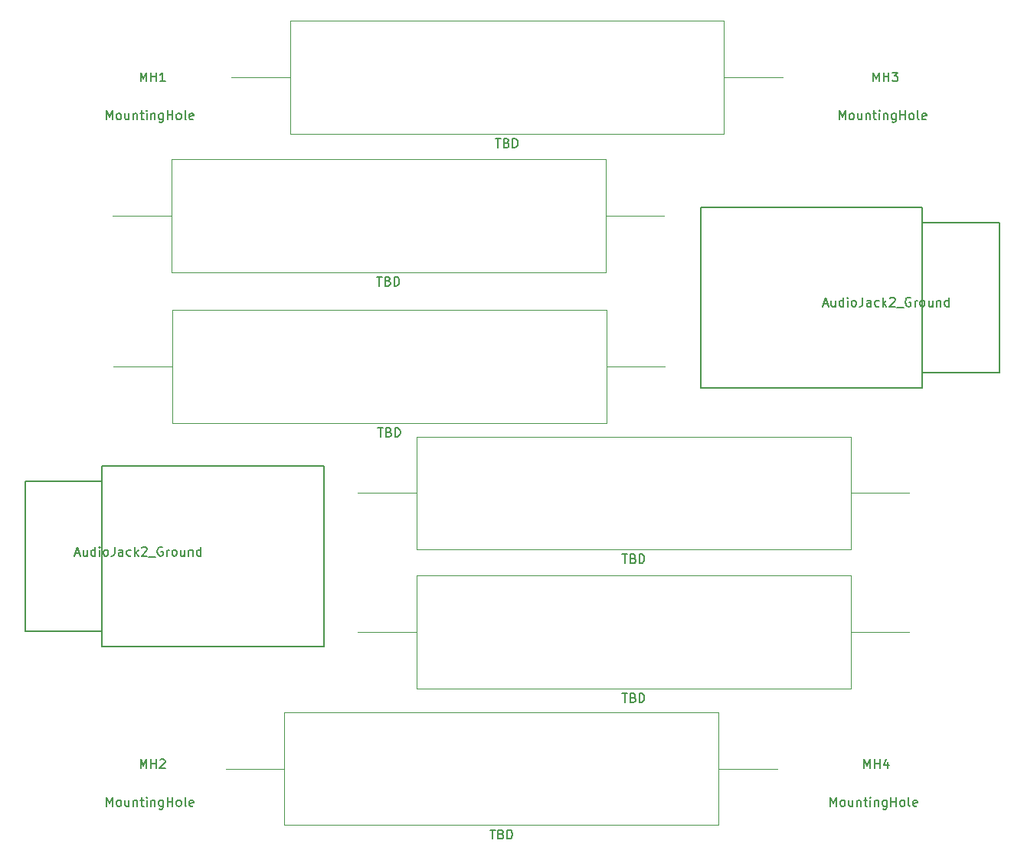
<source format=gbr>
G04 #@! TF.GenerationSoftware,KiCad,Pcbnew,5.0.0*
G04 #@! TF.CreationDate,2018-09-30T11:55:23-04:00*
G04 #@! TF.ProjectId,audio-attenuator,617564696F2D617474656E7561746F72,rev?*
G04 #@! TF.SameCoordinates,Original*
G04 #@! TF.FileFunction,Other,Fab,Top*
%FSLAX46Y46*%
G04 Gerber Fmt 4.6, Leading zero omitted, Abs format (unit mm)*
G04 Created by KiCad (PCBNEW 5.0.0) date Sun Sep 30 11:55:23 2018*
%MOMM*%
%LPD*%
G01*
G04 APERTURE LIST*
%ADD10C,0.100000*%
%ADD11C,0.150000*%
G04 APERTURE END LIST*
D10*
G04 #@! TO.C,R6*
X79480000Y-80150000D02*
X79480000Y-92650000D01*
X79480000Y-92650000D02*
X127480000Y-92650000D01*
X127480000Y-92650000D02*
X127480000Y-80150000D01*
X127480000Y-80150000D02*
X79480000Y-80150000D01*
X73000000Y-86400000D02*
X79480000Y-86400000D01*
X133960000Y-86400000D02*
X127480000Y-86400000D01*
G04 #@! TO.C,R5*
X133960000Y-71000000D02*
X127480000Y-71000000D01*
X73000000Y-71000000D02*
X79480000Y-71000000D01*
X127480000Y-64750000D02*
X79480000Y-64750000D01*
X127480000Y-77250000D02*
X127480000Y-64750000D01*
X79480000Y-77250000D02*
X127480000Y-77250000D01*
X79480000Y-64750000D02*
X79480000Y-77250000D01*
G04 #@! TO.C,R4*
X65480000Y-18750000D02*
X65480000Y-31250000D01*
X65480000Y-31250000D02*
X113480000Y-31250000D01*
X113480000Y-31250000D02*
X113480000Y-18750000D01*
X113480000Y-18750000D02*
X65480000Y-18750000D01*
X59000000Y-25000000D02*
X65480000Y-25000000D01*
X119960000Y-25000000D02*
X113480000Y-25000000D01*
G04 #@! TO.C,R3*
X119360000Y-101500000D02*
X112880000Y-101500000D01*
X58400000Y-101500000D02*
X64880000Y-101500000D01*
X112880000Y-95250000D02*
X64880000Y-95250000D01*
X112880000Y-107750000D02*
X112880000Y-95250000D01*
X64880000Y-107750000D02*
X112880000Y-107750000D01*
X64880000Y-95250000D02*
X64880000Y-107750000D01*
G04 #@! TO.C,R2*
X52480000Y-50750000D02*
X52480000Y-63250000D01*
X52480000Y-63250000D02*
X100480000Y-63250000D01*
X100480000Y-63250000D02*
X100480000Y-50750000D01*
X100480000Y-50750000D02*
X52480000Y-50750000D01*
X46000000Y-57000000D02*
X52480000Y-57000000D01*
X106960000Y-57000000D02*
X100480000Y-57000000D01*
G04 #@! TO.C,R1*
X106860000Y-40300000D02*
X100380000Y-40300000D01*
X45900000Y-40300000D02*
X52380000Y-40300000D01*
X100380000Y-34050000D02*
X52380000Y-34050000D01*
X100380000Y-46550000D02*
X100380000Y-34050000D01*
X52380000Y-46550000D02*
X100380000Y-46550000D01*
X52380000Y-34050000D02*
X52380000Y-46550000D01*
D11*
G04 #@! TO.C,J2*
X135400000Y-59400000D02*
X135400000Y-39400000D01*
X135400000Y-57700000D02*
X143900000Y-57700000D01*
X143900000Y-57700000D02*
X143900000Y-41100000D01*
X143900000Y-41100000D02*
X135400000Y-41100000D01*
X135400000Y-39400000D02*
X110900000Y-39400000D01*
X110900000Y-39400000D02*
X110900000Y-59400000D01*
X110900000Y-59400000D02*
X135400000Y-59400000D01*
G04 #@! TO.C,J1*
X69200000Y-68000000D02*
X44700000Y-68000000D01*
X69200000Y-88000000D02*
X69200000Y-68000000D01*
X44700000Y-88000000D02*
X69200000Y-88000000D01*
X36200000Y-86300000D02*
X44700000Y-86300000D01*
X36200000Y-69700000D02*
X36200000Y-86300000D01*
X44700000Y-69700000D02*
X36200000Y-69700000D01*
X44700000Y-68000000D02*
X44700000Y-88000000D01*
G04 #@! TD*
G04 #@! TO.C,MH4*
X125214285Y-105652380D02*
X125214285Y-104652380D01*
X125547619Y-105366666D01*
X125880952Y-104652380D01*
X125880952Y-105652380D01*
X126500000Y-105652380D02*
X126404761Y-105604761D01*
X126357142Y-105557142D01*
X126309523Y-105461904D01*
X126309523Y-105176190D01*
X126357142Y-105080952D01*
X126404761Y-105033333D01*
X126500000Y-104985714D01*
X126642857Y-104985714D01*
X126738095Y-105033333D01*
X126785714Y-105080952D01*
X126833333Y-105176190D01*
X126833333Y-105461904D01*
X126785714Y-105557142D01*
X126738095Y-105604761D01*
X126642857Y-105652380D01*
X126500000Y-105652380D01*
X127690476Y-104985714D02*
X127690476Y-105652380D01*
X127261904Y-104985714D02*
X127261904Y-105509523D01*
X127309523Y-105604761D01*
X127404761Y-105652380D01*
X127547619Y-105652380D01*
X127642857Y-105604761D01*
X127690476Y-105557142D01*
X128166666Y-104985714D02*
X128166666Y-105652380D01*
X128166666Y-105080952D02*
X128214285Y-105033333D01*
X128309523Y-104985714D01*
X128452380Y-104985714D01*
X128547619Y-105033333D01*
X128595238Y-105128571D01*
X128595238Y-105652380D01*
X128928571Y-104985714D02*
X129309523Y-104985714D01*
X129071428Y-104652380D02*
X129071428Y-105509523D01*
X129119047Y-105604761D01*
X129214285Y-105652380D01*
X129309523Y-105652380D01*
X129642857Y-105652380D02*
X129642857Y-104985714D01*
X129642857Y-104652380D02*
X129595238Y-104700000D01*
X129642857Y-104747619D01*
X129690476Y-104700000D01*
X129642857Y-104652380D01*
X129642857Y-104747619D01*
X130119047Y-104985714D02*
X130119047Y-105652380D01*
X130119047Y-105080952D02*
X130166666Y-105033333D01*
X130261904Y-104985714D01*
X130404761Y-104985714D01*
X130500000Y-105033333D01*
X130547619Y-105128571D01*
X130547619Y-105652380D01*
X131452380Y-104985714D02*
X131452380Y-105795238D01*
X131404761Y-105890476D01*
X131357142Y-105938095D01*
X131261904Y-105985714D01*
X131119047Y-105985714D01*
X131023809Y-105938095D01*
X131452380Y-105604761D02*
X131357142Y-105652380D01*
X131166666Y-105652380D01*
X131071428Y-105604761D01*
X131023809Y-105557142D01*
X130976190Y-105461904D01*
X130976190Y-105176190D01*
X131023809Y-105080952D01*
X131071428Y-105033333D01*
X131166666Y-104985714D01*
X131357142Y-104985714D01*
X131452380Y-105033333D01*
X131928571Y-105652380D02*
X131928571Y-104652380D01*
X131928571Y-105128571D02*
X132500000Y-105128571D01*
X132500000Y-105652380D02*
X132500000Y-104652380D01*
X133119047Y-105652380D02*
X133023809Y-105604761D01*
X132976190Y-105557142D01*
X132928571Y-105461904D01*
X132928571Y-105176190D01*
X132976190Y-105080952D01*
X133023809Y-105033333D01*
X133119047Y-104985714D01*
X133261904Y-104985714D01*
X133357142Y-105033333D01*
X133404761Y-105080952D01*
X133452380Y-105176190D01*
X133452380Y-105461904D01*
X133404761Y-105557142D01*
X133357142Y-105604761D01*
X133261904Y-105652380D01*
X133119047Y-105652380D01*
X134023809Y-105652380D02*
X133928571Y-105604761D01*
X133880952Y-105509523D01*
X133880952Y-104652380D01*
X134785714Y-105604761D02*
X134690476Y-105652380D01*
X134500000Y-105652380D01*
X134404761Y-105604761D01*
X134357142Y-105509523D01*
X134357142Y-105128571D01*
X134404761Y-105033333D01*
X134500000Y-104985714D01*
X134690476Y-104985714D01*
X134785714Y-105033333D01*
X134833333Y-105128571D01*
X134833333Y-105223809D01*
X134357142Y-105319047D01*
X128966666Y-101452380D02*
X128966666Y-100452380D01*
X129300000Y-101166666D01*
X129633333Y-100452380D01*
X129633333Y-101452380D01*
X130109523Y-101452380D02*
X130109523Y-100452380D01*
X130109523Y-100928571D02*
X130680952Y-100928571D01*
X130680952Y-101452380D02*
X130680952Y-100452380D01*
X131585714Y-100785714D02*
X131585714Y-101452380D01*
X131347619Y-100404761D02*
X131109523Y-101119047D01*
X131728571Y-101119047D01*
G04 #@! TO.C,MH3*
X126214285Y-29652380D02*
X126214285Y-28652380D01*
X126547619Y-29366666D01*
X126880952Y-28652380D01*
X126880952Y-29652380D01*
X127500000Y-29652380D02*
X127404761Y-29604761D01*
X127357142Y-29557142D01*
X127309523Y-29461904D01*
X127309523Y-29176190D01*
X127357142Y-29080952D01*
X127404761Y-29033333D01*
X127500000Y-28985714D01*
X127642857Y-28985714D01*
X127738095Y-29033333D01*
X127785714Y-29080952D01*
X127833333Y-29176190D01*
X127833333Y-29461904D01*
X127785714Y-29557142D01*
X127738095Y-29604761D01*
X127642857Y-29652380D01*
X127500000Y-29652380D01*
X128690476Y-28985714D02*
X128690476Y-29652380D01*
X128261904Y-28985714D02*
X128261904Y-29509523D01*
X128309523Y-29604761D01*
X128404761Y-29652380D01*
X128547619Y-29652380D01*
X128642857Y-29604761D01*
X128690476Y-29557142D01*
X129166666Y-28985714D02*
X129166666Y-29652380D01*
X129166666Y-29080952D02*
X129214285Y-29033333D01*
X129309523Y-28985714D01*
X129452380Y-28985714D01*
X129547619Y-29033333D01*
X129595238Y-29128571D01*
X129595238Y-29652380D01*
X129928571Y-28985714D02*
X130309523Y-28985714D01*
X130071428Y-28652380D02*
X130071428Y-29509523D01*
X130119047Y-29604761D01*
X130214285Y-29652380D01*
X130309523Y-29652380D01*
X130642857Y-29652380D02*
X130642857Y-28985714D01*
X130642857Y-28652380D02*
X130595238Y-28700000D01*
X130642857Y-28747619D01*
X130690476Y-28700000D01*
X130642857Y-28652380D01*
X130642857Y-28747619D01*
X131119047Y-28985714D02*
X131119047Y-29652380D01*
X131119047Y-29080952D02*
X131166666Y-29033333D01*
X131261904Y-28985714D01*
X131404761Y-28985714D01*
X131500000Y-29033333D01*
X131547619Y-29128571D01*
X131547619Y-29652380D01*
X132452380Y-28985714D02*
X132452380Y-29795238D01*
X132404761Y-29890476D01*
X132357142Y-29938095D01*
X132261904Y-29985714D01*
X132119047Y-29985714D01*
X132023809Y-29938095D01*
X132452380Y-29604761D02*
X132357142Y-29652380D01*
X132166666Y-29652380D01*
X132071428Y-29604761D01*
X132023809Y-29557142D01*
X131976190Y-29461904D01*
X131976190Y-29176190D01*
X132023809Y-29080952D01*
X132071428Y-29033333D01*
X132166666Y-28985714D01*
X132357142Y-28985714D01*
X132452380Y-29033333D01*
X132928571Y-29652380D02*
X132928571Y-28652380D01*
X132928571Y-29128571D02*
X133500000Y-29128571D01*
X133500000Y-29652380D02*
X133500000Y-28652380D01*
X134119047Y-29652380D02*
X134023809Y-29604761D01*
X133976190Y-29557142D01*
X133928571Y-29461904D01*
X133928571Y-29176190D01*
X133976190Y-29080952D01*
X134023809Y-29033333D01*
X134119047Y-28985714D01*
X134261904Y-28985714D01*
X134357142Y-29033333D01*
X134404761Y-29080952D01*
X134452380Y-29176190D01*
X134452380Y-29461904D01*
X134404761Y-29557142D01*
X134357142Y-29604761D01*
X134261904Y-29652380D01*
X134119047Y-29652380D01*
X135023809Y-29652380D02*
X134928571Y-29604761D01*
X134880952Y-29509523D01*
X134880952Y-28652380D01*
X135785714Y-29604761D02*
X135690476Y-29652380D01*
X135500000Y-29652380D01*
X135404761Y-29604761D01*
X135357142Y-29509523D01*
X135357142Y-29128571D01*
X135404761Y-29033333D01*
X135500000Y-28985714D01*
X135690476Y-28985714D01*
X135785714Y-29033333D01*
X135833333Y-29128571D01*
X135833333Y-29223809D01*
X135357142Y-29319047D01*
X129966666Y-25452380D02*
X129966666Y-24452380D01*
X130300000Y-25166666D01*
X130633333Y-24452380D01*
X130633333Y-25452380D01*
X131109523Y-25452380D02*
X131109523Y-24452380D01*
X131109523Y-24928571D02*
X131680952Y-24928571D01*
X131680952Y-25452380D02*
X131680952Y-24452380D01*
X132061904Y-24452380D02*
X132680952Y-24452380D01*
X132347619Y-24833333D01*
X132490476Y-24833333D01*
X132585714Y-24880952D01*
X132633333Y-24928571D01*
X132680952Y-25023809D01*
X132680952Y-25261904D01*
X132633333Y-25357142D01*
X132585714Y-25404761D01*
X132490476Y-25452380D01*
X132204761Y-25452380D01*
X132109523Y-25404761D01*
X132061904Y-25357142D01*
G04 #@! TO.C,MH2*
X45214285Y-105652380D02*
X45214285Y-104652380D01*
X45547619Y-105366666D01*
X45880952Y-104652380D01*
X45880952Y-105652380D01*
X46500000Y-105652380D02*
X46404761Y-105604761D01*
X46357142Y-105557142D01*
X46309523Y-105461904D01*
X46309523Y-105176190D01*
X46357142Y-105080952D01*
X46404761Y-105033333D01*
X46500000Y-104985714D01*
X46642857Y-104985714D01*
X46738095Y-105033333D01*
X46785714Y-105080952D01*
X46833333Y-105176190D01*
X46833333Y-105461904D01*
X46785714Y-105557142D01*
X46738095Y-105604761D01*
X46642857Y-105652380D01*
X46500000Y-105652380D01*
X47690476Y-104985714D02*
X47690476Y-105652380D01*
X47261904Y-104985714D02*
X47261904Y-105509523D01*
X47309523Y-105604761D01*
X47404761Y-105652380D01*
X47547619Y-105652380D01*
X47642857Y-105604761D01*
X47690476Y-105557142D01*
X48166666Y-104985714D02*
X48166666Y-105652380D01*
X48166666Y-105080952D02*
X48214285Y-105033333D01*
X48309523Y-104985714D01*
X48452380Y-104985714D01*
X48547619Y-105033333D01*
X48595238Y-105128571D01*
X48595238Y-105652380D01*
X48928571Y-104985714D02*
X49309523Y-104985714D01*
X49071428Y-104652380D02*
X49071428Y-105509523D01*
X49119047Y-105604761D01*
X49214285Y-105652380D01*
X49309523Y-105652380D01*
X49642857Y-105652380D02*
X49642857Y-104985714D01*
X49642857Y-104652380D02*
X49595238Y-104700000D01*
X49642857Y-104747619D01*
X49690476Y-104700000D01*
X49642857Y-104652380D01*
X49642857Y-104747619D01*
X50119047Y-104985714D02*
X50119047Y-105652380D01*
X50119047Y-105080952D02*
X50166666Y-105033333D01*
X50261904Y-104985714D01*
X50404761Y-104985714D01*
X50500000Y-105033333D01*
X50547619Y-105128571D01*
X50547619Y-105652380D01*
X51452380Y-104985714D02*
X51452380Y-105795238D01*
X51404761Y-105890476D01*
X51357142Y-105938095D01*
X51261904Y-105985714D01*
X51119047Y-105985714D01*
X51023809Y-105938095D01*
X51452380Y-105604761D02*
X51357142Y-105652380D01*
X51166666Y-105652380D01*
X51071428Y-105604761D01*
X51023809Y-105557142D01*
X50976190Y-105461904D01*
X50976190Y-105176190D01*
X51023809Y-105080952D01*
X51071428Y-105033333D01*
X51166666Y-104985714D01*
X51357142Y-104985714D01*
X51452380Y-105033333D01*
X51928571Y-105652380D02*
X51928571Y-104652380D01*
X51928571Y-105128571D02*
X52500000Y-105128571D01*
X52500000Y-105652380D02*
X52500000Y-104652380D01*
X53119047Y-105652380D02*
X53023809Y-105604761D01*
X52976190Y-105557142D01*
X52928571Y-105461904D01*
X52928571Y-105176190D01*
X52976190Y-105080952D01*
X53023809Y-105033333D01*
X53119047Y-104985714D01*
X53261904Y-104985714D01*
X53357142Y-105033333D01*
X53404761Y-105080952D01*
X53452380Y-105176190D01*
X53452380Y-105461904D01*
X53404761Y-105557142D01*
X53357142Y-105604761D01*
X53261904Y-105652380D01*
X53119047Y-105652380D01*
X54023809Y-105652380D02*
X53928571Y-105604761D01*
X53880952Y-105509523D01*
X53880952Y-104652380D01*
X54785714Y-105604761D02*
X54690476Y-105652380D01*
X54500000Y-105652380D01*
X54404761Y-105604761D01*
X54357142Y-105509523D01*
X54357142Y-105128571D01*
X54404761Y-105033333D01*
X54500000Y-104985714D01*
X54690476Y-104985714D01*
X54785714Y-105033333D01*
X54833333Y-105128571D01*
X54833333Y-105223809D01*
X54357142Y-105319047D01*
X48966666Y-101452380D02*
X48966666Y-100452380D01*
X49300000Y-101166666D01*
X49633333Y-100452380D01*
X49633333Y-101452380D01*
X50109523Y-101452380D02*
X50109523Y-100452380D01*
X50109523Y-100928571D02*
X50680952Y-100928571D01*
X50680952Y-101452380D02*
X50680952Y-100452380D01*
X51109523Y-100547619D02*
X51157142Y-100500000D01*
X51252380Y-100452380D01*
X51490476Y-100452380D01*
X51585714Y-100500000D01*
X51633333Y-100547619D01*
X51680952Y-100642857D01*
X51680952Y-100738095D01*
X51633333Y-100880952D01*
X51061904Y-101452380D01*
X51680952Y-101452380D01*
G04 #@! TO.C,MH1*
X45214285Y-29652380D02*
X45214285Y-28652380D01*
X45547619Y-29366666D01*
X45880952Y-28652380D01*
X45880952Y-29652380D01*
X46500000Y-29652380D02*
X46404761Y-29604761D01*
X46357142Y-29557142D01*
X46309523Y-29461904D01*
X46309523Y-29176190D01*
X46357142Y-29080952D01*
X46404761Y-29033333D01*
X46500000Y-28985714D01*
X46642857Y-28985714D01*
X46738095Y-29033333D01*
X46785714Y-29080952D01*
X46833333Y-29176190D01*
X46833333Y-29461904D01*
X46785714Y-29557142D01*
X46738095Y-29604761D01*
X46642857Y-29652380D01*
X46500000Y-29652380D01*
X47690476Y-28985714D02*
X47690476Y-29652380D01*
X47261904Y-28985714D02*
X47261904Y-29509523D01*
X47309523Y-29604761D01*
X47404761Y-29652380D01*
X47547619Y-29652380D01*
X47642857Y-29604761D01*
X47690476Y-29557142D01*
X48166666Y-28985714D02*
X48166666Y-29652380D01*
X48166666Y-29080952D02*
X48214285Y-29033333D01*
X48309523Y-28985714D01*
X48452380Y-28985714D01*
X48547619Y-29033333D01*
X48595238Y-29128571D01*
X48595238Y-29652380D01*
X48928571Y-28985714D02*
X49309523Y-28985714D01*
X49071428Y-28652380D02*
X49071428Y-29509523D01*
X49119047Y-29604761D01*
X49214285Y-29652380D01*
X49309523Y-29652380D01*
X49642857Y-29652380D02*
X49642857Y-28985714D01*
X49642857Y-28652380D02*
X49595238Y-28700000D01*
X49642857Y-28747619D01*
X49690476Y-28700000D01*
X49642857Y-28652380D01*
X49642857Y-28747619D01*
X50119047Y-28985714D02*
X50119047Y-29652380D01*
X50119047Y-29080952D02*
X50166666Y-29033333D01*
X50261904Y-28985714D01*
X50404761Y-28985714D01*
X50500000Y-29033333D01*
X50547619Y-29128571D01*
X50547619Y-29652380D01*
X51452380Y-28985714D02*
X51452380Y-29795238D01*
X51404761Y-29890476D01*
X51357142Y-29938095D01*
X51261904Y-29985714D01*
X51119047Y-29985714D01*
X51023809Y-29938095D01*
X51452380Y-29604761D02*
X51357142Y-29652380D01*
X51166666Y-29652380D01*
X51071428Y-29604761D01*
X51023809Y-29557142D01*
X50976190Y-29461904D01*
X50976190Y-29176190D01*
X51023809Y-29080952D01*
X51071428Y-29033333D01*
X51166666Y-28985714D01*
X51357142Y-28985714D01*
X51452380Y-29033333D01*
X51928571Y-29652380D02*
X51928571Y-28652380D01*
X51928571Y-29128571D02*
X52500000Y-29128571D01*
X52500000Y-29652380D02*
X52500000Y-28652380D01*
X53119047Y-29652380D02*
X53023809Y-29604761D01*
X52976190Y-29557142D01*
X52928571Y-29461904D01*
X52928571Y-29176190D01*
X52976190Y-29080952D01*
X53023809Y-29033333D01*
X53119047Y-28985714D01*
X53261904Y-28985714D01*
X53357142Y-29033333D01*
X53404761Y-29080952D01*
X53452380Y-29176190D01*
X53452380Y-29461904D01*
X53404761Y-29557142D01*
X53357142Y-29604761D01*
X53261904Y-29652380D01*
X53119047Y-29652380D01*
X54023809Y-29652380D02*
X53928571Y-29604761D01*
X53880952Y-29509523D01*
X53880952Y-28652380D01*
X54785714Y-29604761D02*
X54690476Y-29652380D01*
X54500000Y-29652380D01*
X54404761Y-29604761D01*
X54357142Y-29509523D01*
X54357142Y-29128571D01*
X54404761Y-29033333D01*
X54500000Y-28985714D01*
X54690476Y-28985714D01*
X54785714Y-29033333D01*
X54833333Y-29128571D01*
X54833333Y-29223809D01*
X54357142Y-29319047D01*
X48966666Y-25452380D02*
X48966666Y-24452380D01*
X49300000Y-25166666D01*
X49633333Y-24452380D01*
X49633333Y-25452380D01*
X50109523Y-25452380D02*
X50109523Y-24452380D01*
X50109523Y-24928571D02*
X50680952Y-24928571D01*
X50680952Y-25452380D02*
X50680952Y-24452380D01*
X51680952Y-25452380D02*
X51109523Y-25452380D01*
X51395238Y-25452380D02*
X51395238Y-24452380D01*
X51300000Y-24595238D01*
X51204761Y-24690476D01*
X51109523Y-24738095D01*
G04 #@! TO.C,R6*
X102194285Y-93162380D02*
X102765714Y-93162380D01*
X102480000Y-94162380D02*
X102480000Y-93162380D01*
X103432380Y-93638571D02*
X103575238Y-93686190D01*
X103622857Y-93733809D01*
X103670476Y-93829047D01*
X103670476Y-93971904D01*
X103622857Y-94067142D01*
X103575238Y-94114761D01*
X103480000Y-94162380D01*
X103099047Y-94162380D01*
X103099047Y-93162380D01*
X103432380Y-93162380D01*
X103527619Y-93210000D01*
X103575238Y-93257619D01*
X103622857Y-93352857D01*
X103622857Y-93448095D01*
X103575238Y-93543333D01*
X103527619Y-93590952D01*
X103432380Y-93638571D01*
X103099047Y-93638571D01*
X104099047Y-94162380D02*
X104099047Y-93162380D01*
X104337142Y-93162380D01*
X104480000Y-93210000D01*
X104575238Y-93305238D01*
X104622857Y-93400476D01*
X104670476Y-93590952D01*
X104670476Y-93733809D01*
X104622857Y-93924285D01*
X104575238Y-94019523D01*
X104480000Y-94114761D01*
X104337142Y-94162380D01*
X104099047Y-94162380D01*
G04 #@! TO.C,R5*
X102194285Y-77762380D02*
X102765714Y-77762380D01*
X102480000Y-78762380D02*
X102480000Y-77762380D01*
X103432380Y-78238571D02*
X103575238Y-78286190D01*
X103622857Y-78333809D01*
X103670476Y-78429047D01*
X103670476Y-78571904D01*
X103622857Y-78667142D01*
X103575238Y-78714761D01*
X103480000Y-78762380D01*
X103099047Y-78762380D01*
X103099047Y-77762380D01*
X103432380Y-77762380D01*
X103527619Y-77810000D01*
X103575238Y-77857619D01*
X103622857Y-77952857D01*
X103622857Y-78048095D01*
X103575238Y-78143333D01*
X103527619Y-78190952D01*
X103432380Y-78238571D01*
X103099047Y-78238571D01*
X104099047Y-78762380D02*
X104099047Y-77762380D01*
X104337142Y-77762380D01*
X104480000Y-77810000D01*
X104575238Y-77905238D01*
X104622857Y-78000476D01*
X104670476Y-78190952D01*
X104670476Y-78333809D01*
X104622857Y-78524285D01*
X104575238Y-78619523D01*
X104480000Y-78714761D01*
X104337142Y-78762380D01*
X104099047Y-78762380D01*
G04 #@! TO.C,R4*
X88194285Y-31762380D02*
X88765714Y-31762380D01*
X88480000Y-32762380D02*
X88480000Y-31762380D01*
X89432380Y-32238571D02*
X89575238Y-32286190D01*
X89622857Y-32333809D01*
X89670476Y-32429047D01*
X89670476Y-32571904D01*
X89622857Y-32667142D01*
X89575238Y-32714761D01*
X89480000Y-32762380D01*
X89099047Y-32762380D01*
X89099047Y-31762380D01*
X89432380Y-31762380D01*
X89527619Y-31810000D01*
X89575238Y-31857619D01*
X89622857Y-31952857D01*
X89622857Y-32048095D01*
X89575238Y-32143333D01*
X89527619Y-32190952D01*
X89432380Y-32238571D01*
X89099047Y-32238571D01*
X90099047Y-32762380D02*
X90099047Y-31762380D01*
X90337142Y-31762380D01*
X90480000Y-31810000D01*
X90575238Y-31905238D01*
X90622857Y-32000476D01*
X90670476Y-32190952D01*
X90670476Y-32333809D01*
X90622857Y-32524285D01*
X90575238Y-32619523D01*
X90480000Y-32714761D01*
X90337142Y-32762380D01*
X90099047Y-32762380D01*
G04 #@! TO.C,R3*
X87594285Y-108262380D02*
X88165714Y-108262380D01*
X87880000Y-109262380D02*
X87880000Y-108262380D01*
X88832380Y-108738571D02*
X88975238Y-108786190D01*
X89022857Y-108833809D01*
X89070476Y-108929047D01*
X89070476Y-109071904D01*
X89022857Y-109167142D01*
X88975238Y-109214761D01*
X88880000Y-109262380D01*
X88499047Y-109262380D01*
X88499047Y-108262380D01*
X88832380Y-108262380D01*
X88927619Y-108310000D01*
X88975238Y-108357619D01*
X89022857Y-108452857D01*
X89022857Y-108548095D01*
X88975238Y-108643333D01*
X88927619Y-108690952D01*
X88832380Y-108738571D01*
X88499047Y-108738571D01*
X89499047Y-109262380D02*
X89499047Y-108262380D01*
X89737142Y-108262380D01*
X89880000Y-108310000D01*
X89975238Y-108405238D01*
X90022857Y-108500476D01*
X90070476Y-108690952D01*
X90070476Y-108833809D01*
X90022857Y-109024285D01*
X89975238Y-109119523D01*
X89880000Y-109214761D01*
X89737142Y-109262380D01*
X89499047Y-109262380D01*
G04 #@! TO.C,R2*
X75194285Y-63762380D02*
X75765714Y-63762380D01*
X75480000Y-64762380D02*
X75480000Y-63762380D01*
X76432380Y-64238571D02*
X76575238Y-64286190D01*
X76622857Y-64333809D01*
X76670476Y-64429047D01*
X76670476Y-64571904D01*
X76622857Y-64667142D01*
X76575238Y-64714761D01*
X76480000Y-64762380D01*
X76099047Y-64762380D01*
X76099047Y-63762380D01*
X76432380Y-63762380D01*
X76527619Y-63810000D01*
X76575238Y-63857619D01*
X76622857Y-63952857D01*
X76622857Y-64048095D01*
X76575238Y-64143333D01*
X76527619Y-64190952D01*
X76432380Y-64238571D01*
X76099047Y-64238571D01*
X77099047Y-64762380D02*
X77099047Y-63762380D01*
X77337142Y-63762380D01*
X77480000Y-63810000D01*
X77575238Y-63905238D01*
X77622857Y-64000476D01*
X77670476Y-64190952D01*
X77670476Y-64333809D01*
X77622857Y-64524285D01*
X77575238Y-64619523D01*
X77480000Y-64714761D01*
X77337142Y-64762380D01*
X77099047Y-64762380D01*
G04 #@! TO.C,R1*
X75094285Y-47062380D02*
X75665714Y-47062380D01*
X75380000Y-48062380D02*
X75380000Y-47062380D01*
X76332380Y-47538571D02*
X76475238Y-47586190D01*
X76522857Y-47633809D01*
X76570476Y-47729047D01*
X76570476Y-47871904D01*
X76522857Y-47967142D01*
X76475238Y-48014761D01*
X76380000Y-48062380D01*
X75999047Y-48062380D01*
X75999047Y-47062380D01*
X76332380Y-47062380D01*
X76427619Y-47110000D01*
X76475238Y-47157619D01*
X76522857Y-47252857D01*
X76522857Y-47348095D01*
X76475238Y-47443333D01*
X76427619Y-47490952D01*
X76332380Y-47538571D01*
X75999047Y-47538571D01*
X76999047Y-48062380D02*
X76999047Y-47062380D01*
X77237142Y-47062380D01*
X77380000Y-47110000D01*
X77475238Y-47205238D01*
X77522857Y-47300476D01*
X77570476Y-47490952D01*
X77570476Y-47633809D01*
X77522857Y-47824285D01*
X77475238Y-47919523D01*
X77380000Y-48014761D01*
X77237142Y-48062380D01*
X76999047Y-48062380D01*
G04 #@! TO.C,J2*
X124423809Y-50066666D02*
X124900000Y-50066666D01*
X124328571Y-50352380D02*
X124661904Y-49352380D01*
X124995238Y-50352380D01*
X125757142Y-49685714D02*
X125757142Y-50352380D01*
X125328571Y-49685714D02*
X125328571Y-50209523D01*
X125376190Y-50304761D01*
X125471428Y-50352380D01*
X125614285Y-50352380D01*
X125709523Y-50304761D01*
X125757142Y-50257142D01*
X126661904Y-50352380D02*
X126661904Y-49352380D01*
X126661904Y-50304761D02*
X126566666Y-50352380D01*
X126376190Y-50352380D01*
X126280952Y-50304761D01*
X126233333Y-50257142D01*
X126185714Y-50161904D01*
X126185714Y-49876190D01*
X126233333Y-49780952D01*
X126280952Y-49733333D01*
X126376190Y-49685714D01*
X126566666Y-49685714D01*
X126661904Y-49733333D01*
X127138095Y-50352380D02*
X127138095Y-49685714D01*
X127138095Y-49352380D02*
X127090476Y-49400000D01*
X127138095Y-49447619D01*
X127185714Y-49400000D01*
X127138095Y-49352380D01*
X127138095Y-49447619D01*
X127757142Y-50352380D02*
X127661904Y-50304761D01*
X127614285Y-50257142D01*
X127566666Y-50161904D01*
X127566666Y-49876190D01*
X127614285Y-49780952D01*
X127661904Y-49733333D01*
X127757142Y-49685714D01*
X127900000Y-49685714D01*
X127995238Y-49733333D01*
X128042857Y-49780952D01*
X128090476Y-49876190D01*
X128090476Y-50161904D01*
X128042857Y-50257142D01*
X127995238Y-50304761D01*
X127900000Y-50352380D01*
X127757142Y-50352380D01*
X128804761Y-49352380D02*
X128804761Y-50066666D01*
X128757142Y-50209523D01*
X128661904Y-50304761D01*
X128519047Y-50352380D01*
X128423809Y-50352380D01*
X129709523Y-50352380D02*
X129709523Y-49828571D01*
X129661904Y-49733333D01*
X129566666Y-49685714D01*
X129376190Y-49685714D01*
X129280952Y-49733333D01*
X129709523Y-50304761D02*
X129614285Y-50352380D01*
X129376190Y-50352380D01*
X129280952Y-50304761D01*
X129233333Y-50209523D01*
X129233333Y-50114285D01*
X129280952Y-50019047D01*
X129376190Y-49971428D01*
X129614285Y-49971428D01*
X129709523Y-49923809D01*
X130614285Y-50304761D02*
X130519047Y-50352380D01*
X130328571Y-50352380D01*
X130233333Y-50304761D01*
X130185714Y-50257142D01*
X130138095Y-50161904D01*
X130138095Y-49876190D01*
X130185714Y-49780952D01*
X130233333Y-49733333D01*
X130328571Y-49685714D01*
X130519047Y-49685714D01*
X130614285Y-49733333D01*
X131042857Y-50352380D02*
X131042857Y-49352380D01*
X131138095Y-49971428D02*
X131423809Y-50352380D01*
X131423809Y-49685714D02*
X131042857Y-50066666D01*
X131804761Y-49447619D02*
X131852380Y-49400000D01*
X131947619Y-49352380D01*
X132185714Y-49352380D01*
X132280952Y-49400000D01*
X132328571Y-49447619D01*
X132376190Y-49542857D01*
X132376190Y-49638095D01*
X132328571Y-49780952D01*
X131757142Y-50352380D01*
X132376190Y-50352380D01*
X132566666Y-50447619D02*
X133328571Y-50447619D01*
X134090476Y-49400000D02*
X133995238Y-49352380D01*
X133852380Y-49352380D01*
X133709523Y-49400000D01*
X133614285Y-49495238D01*
X133566666Y-49590476D01*
X133519047Y-49780952D01*
X133519047Y-49923809D01*
X133566666Y-50114285D01*
X133614285Y-50209523D01*
X133709523Y-50304761D01*
X133852380Y-50352380D01*
X133947619Y-50352380D01*
X134090476Y-50304761D01*
X134138095Y-50257142D01*
X134138095Y-49923809D01*
X133947619Y-49923809D01*
X134566666Y-50352380D02*
X134566666Y-49685714D01*
X134566666Y-49876190D02*
X134614285Y-49780952D01*
X134661904Y-49733333D01*
X134757142Y-49685714D01*
X134852380Y-49685714D01*
X135328571Y-50352380D02*
X135233333Y-50304761D01*
X135185714Y-50257142D01*
X135138095Y-50161904D01*
X135138095Y-49876190D01*
X135185714Y-49780952D01*
X135233333Y-49733333D01*
X135328571Y-49685714D01*
X135471428Y-49685714D01*
X135566666Y-49733333D01*
X135614285Y-49780952D01*
X135661904Y-49876190D01*
X135661904Y-50161904D01*
X135614285Y-50257142D01*
X135566666Y-50304761D01*
X135471428Y-50352380D01*
X135328571Y-50352380D01*
X136519047Y-49685714D02*
X136519047Y-50352380D01*
X136090476Y-49685714D02*
X136090476Y-50209523D01*
X136138095Y-50304761D01*
X136233333Y-50352380D01*
X136376190Y-50352380D01*
X136471428Y-50304761D01*
X136519047Y-50257142D01*
X136995238Y-49685714D02*
X136995238Y-50352380D01*
X136995238Y-49780952D02*
X137042857Y-49733333D01*
X137138095Y-49685714D01*
X137280952Y-49685714D01*
X137376190Y-49733333D01*
X137423809Y-49828571D01*
X137423809Y-50352380D01*
X138328571Y-50352380D02*
X138328571Y-49352380D01*
X138328571Y-50304761D02*
X138233333Y-50352380D01*
X138042857Y-50352380D01*
X137947619Y-50304761D01*
X137900000Y-50257142D01*
X137852380Y-50161904D01*
X137852380Y-49876190D01*
X137900000Y-49780952D01*
X137947619Y-49733333D01*
X138042857Y-49685714D01*
X138233333Y-49685714D01*
X138328571Y-49733333D01*
G04 #@! TO.C,J1*
X41723809Y-77666666D02*
X42200000Y-77666666D01*
X41628571Y-77952380D02*
X41961904Y-76952380D01*
X42295238Y-77952380D01*
X43057142Y-77285714D02*
X43057142Y-77952380D01*
X42628571Y-77285714D02*
X42628571Y-77809523D01*
X42676190Y-77904761D01*
X42771428Y-77952380D01*
X42914285Y-77952380D01*
X43009523Y-77904761D01*
X43057142Y-77857142D01*
X43961904Y-77952380D02*
X43961904Y-76952380D01*
X43961904Y-77904761D02*
X43866666Y-77952380D01*
X43676190Y-77952380D01*
X43580952Y-77904761D01*
X43533333Y-77857142D01*
X43485714Y-77761904D01*
X43485714Y-77476190D01*
X43533333Y-77380952D01*
X43580952Y-77333333D01*
X43676190Y-77285714D01*
X43866666Y-77285714D01*
X43961904Y-77333333D01*
X44438095Y-77952380D02*
X44438095Y-77285714D01*
X44438095Y-76952380D02*
X44390476Y-77000000D01*
X44438095Y-77047619D01*
X44485714Y-77000000D01*
X44438095Y-76952380D01*
X44438095Y-77047619D01*
X45057142Y-77952380D02*
X44961904Y-77904761D01*
X44914285Y-77857142D01*
X44866666Y-77761904D01*
X44866666Y-77476190D01*
X44914285Y-77380952D01*
X44961904Y-77333333D01*
X45057142Y-77285714D01*
X45200000Y-77285714D01*
X45295238Y-77333333D01*
X45342857Y-77380952D01*
X45390476Y-77476190D01*
X45390476Y-77761904D01*
X45342857Y-77857142D01*
X45295238Y-77904761D01*
X45200000Y-77952380D01*
X45057142Y-77952380D01*
X46104761Y-76952380D02*
X46104761Y-77666666D01*
X46057142Y-77809523D01*
X45961904Y-77904761D01*
X45819047Y-77952380D01*
X45723809Y-77952380D01*
X47009523Y-77952380D02*
X47009523Y-77428571D01*
X46961904Y-77333333D01*
X46866666Y-77285714D01*
X46676190Y-77285714D01*
X46580952Y-77333333D01*
X47009523Y-77904761D02*
X46914285Y-77952380D01*
X46676190Y-77952380D01*
X46580952Y-77904761D01*
X46533333Y-77809523D01*
X46533333Y-77714285D01*
X46580952Y-77619047D01*
X46676190Y-77571428D01*
X46914285Y-77571428D01*
X47009523Y-77523809D01*
X47914285Y-77904761D02*
X47819047Y-77952380D01*
X47628571Y-77952380D01*
X47533333Y-77904761D01*
X47485714Y-77857142D01*
X47438095Y-77761904D01*
X47438095Y-77476190D01*
X47485714Y-77380952D01*
X47533333Y-77333333D01*
X47628571Y-77285714D01*
X47819047Y-77285714D01*
X47914285Y-77333333D01*
X48342857Y-77952380D02*
X48342857Y-76952380D01*
X48438095Y-77571428D02*
X48723809Y-77952380D01*
X48723809Y-77285714D02*
X48342857Y-77666666D01*
X49104761Y-77047619D02*
X49152380Y-77000000D01*
X49247619Y-76952380D01*
X49485714Y-76952380D01*
X49580952Y-77000000D01*
X49628571Y-77047619D01*
X49676190Y-77142857D01*
X49676190Y-77238095D01*
X49628571Y-77380952D01*
X49057142Y-77952380D01*
X49676190Y-77952380D01*
X49866666Y-78047619D02*
X50628571Y-78047619D01*
X51390476Y-77000000D02*
X51295238Y-76952380D01*
X51152380Y-76952380D01*
X51009523Y-77000000D01*
X50914285Y-77095238D01*
X50866666Y-77190476D01*
X50819047Y-77380952D01*
X50819047Y-77523809D01*
X50866666Y-77714285D01*
X50914285Y-77809523D01*
X51009523Y-77904761D01*
X51152380Y-77952380D01*
X51247619Y-77952380D01*
X51390476Y-77904761D01*
X51438095Y-77857142D01*
X51438095Y-77523809D01*
X51247619Y-77523809D01*
X51866666Y-77952380D02*
X51866666Y-77285714D01*
X51866666Y-77476190D02*
X51914285Y-77380952D01*
X51961904Y-77333333D01*
X52057142Y-77285714D01*
X52152380Y-77285714D01*
X52628571Y-77952380D02*
X52533333Y-77904761D01*
X52485714Y-77857142D01*
X52438095Y-77761904D01*
X52438095Y-77476190D01*
X52485714Y-77380952D01*
X52533333Y-77333333D01*
X52628571Y-77285714D01*
X52771428Y-77285714D01*
X52866666Y-77333333D01*
X52914285Y-77380952D01*
X52961904Y-77476190D01*
X52961904Y-77761904D01*
X52914285Y-77857142D01*
X52866666Y-77904761D01*
X52771428Y-77952380D01*
X52628571Y-77952380D01*
X53819047Y-77285714D02*
X53819047Y-77952380D01*
X53390476Y-77285714D02*
X53390476Y-77809523D01*
X53438095Y-77904761D01*
X53533333Y-77952380D01*
X53676190Y-77952380D01*
X53771428Y-77904761D01*
X53819047Y-77857142D01*
X54295238Y-77285714D02*
X54295238Y-77952380D01*
X54295238Y-77380952D02*
X54342857Y-77333333D01*
X54438095Y-77285714D01*
X54580952Y-77285714D01*
X54676190Y-77333333D01*
X54723809Y-77428571D01*
X54723809Y-77952380D01*
X55628571Y-77952380D02*
X55628571Y-76952380D01*
X55628571Y-77904761D02*
X55533333Y-77952380D01*
X55342857Y-77952380D01*
X55247619Y-77904761D01*
X55200000Y-77857142D01*
X55152380Y-77761904D01*
X55152380Y-77476190D01*
X55200000Y-77380952D01*
X55247619Y-77333333D01*
X55342857Y-77285714D01*
X55533333Y-77285714D01*
X55628571Y-77333333D01*
G04 #@! TD*
M02*

</source>
